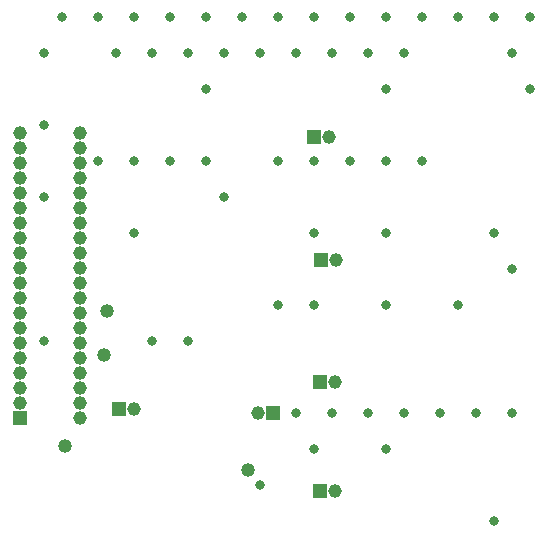
<source format=gbs>
G04*
G04 #@! TF.GenerationSoftware,Altium Limited,Altium Designer,23.3.1 (30)*
G04*
G04 Layer_Color=16711935*
%FSLAX24Y24*%
%MOIN*%
G70*
G04*
G04 #@! TF.SameCoordinates,2879F4B0-5C84-431D-B3E2-9D7652F484AD*
G04*
G04*
G04 #@! TF.FilePolarity,Negative*
G04*
G01*
G75*
%ADD30C,0.0469*%
%ADD31R,0.0453X0.0453*%
%ADD32C,0.0453*%
%ADD33R,0.0453X0.0453*%
%ADD42C,0.0316*%
D30*
X3900Y8200D02*
D03*
X3800Y6750D02*
D03*
X2500Y3700D02*
D03*
X8600Y2900D02*
D03*
D31*
X11000Y2200D02*
D03*
X11050Y9900D02*
D03*
X11000Y5850D02*
D03*
X10800Y14000D02*
D03*
X9450Y4800D02*
D03*
X4300Y4950D02*
D03*
D32*
X11500Y2200D02*
D03*
X11550Y9900D02*
D03*
X11500Y5850D02*
D03*
X11300Y14000D02*
D03*
X8950Y4800D02*
D03*
X4800Y4950D02*
D03*
X3000Y4650D02*
D03*
X1000Y5150D02*
D03*
X3000D02*
D03*
X1000Y5650D02*
D03*
X3000D02*
D03*
X1000Y6150D02*
D03*
X3000D02*
D03*
X1000Y6650D02*
D03*
X3000D02*
D03*
X1000Y7150D02*
D03*
X3000D02*
D03*
X1000Y7650D02*
D03*
X3000D02*
D03*
X1000Y8150D02*
D03*
X3000D02*
D03*
X1000Y8650D02*
D03*
X3000D02*
D03*
X1000Y9150D02*
D03*
X3000D02*
D03*
X1000Y9650D02*
D03*
X3000D02*
D03*
X1000Y10150D02*
D03*
X3000D02*
D03*
X1000Y10650D02*
D03*
X3000D02*
D03*
X1000Y11150D02*
D03*
X3000D02*
D03*
X1000Y11650D02*
D03*
X3000D02*
D03*
X1000Y12150D02*
D03*
X3000D02*
D03*
X1000Y12650D02*
D03*
X3000D02*
D03*
X1000Y13150D02*
D03*
X3000D02*
D03*
X1000Y13650D02*
D03*
X3000D02*
D03*
X1000Y14150D02*
D03*
X3000D02*
D03*
D33*
X1000Y4650D02*
D03*
D42*
X18000Y18000D02*
D03*
Y15600D02*
D03*
X16800Y18000D02*
D03*
X17400Y16800D02*
D03*
X16800Y10800D02*
D03*
X17400Y9600D02*
D03*
Y4800D02*
D03*
X16800Y1200D02*
D03*
X15600Y18000D02*
D03*
Y8400D02*
D03*
X16200Y4800D02*
D03*
X14400Y18000D02*
D03*
Y13200D02*
D03*
X15000Y4800D02*
D03*
X13200Y18000D02*
D03*
X13800Y16800D02*
D03*
X13200Y15600D02*
D03*
Y13200D02*
D03*
Y10800D02*
D03*
Y8400D02*
D03*
X13800Y4800D02*
D03*
X13200Y3600D02*
D03*
X12000Y18000D02*
D03*
X12600Y16800D02*
D03*
X12000Y13200D02*
D03*
X12600Y4800D02*
D03*
X10800Y18000D02*
D03*
X11400Y16800D02*
D03*
X10800Y13200D02*
D03*
Y10800D02*
D03*
Y8400D02*
D03*
X11400Y4800D02*
D03*
X10800Y3600D02*
D03*
X9600Y18000D02*
D03*
X10200Y16800D02*
D03*
X9600Y13200D02*
D03*
Y8400D02*
D03*
X10200Y4800D02*
D03*
X8400Y18000D02*
D03*
X9000Y16800D02*
D03*
Y2400D02*
D03*
X7200Y18000D02*
D03*
X7800Y16800D02*
D03*
X7200Y15600D02*
D03*
Y13200D02*
D03*
X7800Y12000D02*
D03*
X6000Y18000D02*
D03*
X6600Y16800D02*
D03*
X6000Y13200D02*
D03*
X6600Y7200D02*
D03*
X4800Y18000D02*
D03*
X5400Y16800D02*
D03*
X4800Y13200D02*
D03*
Y10800D02*
D03*
X5400Y7200D02*
D03*
X3600Y18000D02*
D03*
X4200Y16800D02*
D03*
X3600Y13200D02*
D03*
X2400Y18000D02*
D03*
X1800Y16800D02*
D03*
Y14400D02*
D03*
Y12000D02*
D03*
Y7200D02*
D03*
M02*

</source>
